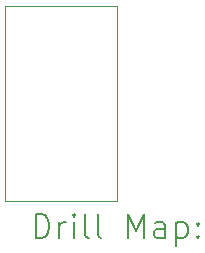
<source format=gbr>
%TF.GenerationSoftware,KiCad,Pcbnew,9.0.1*%
%TF.CreationDate,2025-05-04T10:10:28-04:00*%
%TF.ProjectId,hello.t1624-XU.0603,68656c6c-6f2e-4743-9136-32342d58552e,rev?*%
%TF.SameCoordinates,Original*%
%TF.FileFunction,Drillmap*%
%TF.FilePolarity,Positive*%
%FSLAX45Y45*%
G04 Gerber Fmt 4.5, Leading zero omitted, Abs format (unit mm)*
G04 Created by KiCad (PCBNEW 9.0.1) date 2025-05-04 10:10:28*
%MOMM*%
%LPD*%
G01*
G04 APERTURE LIST*
%ADD10C,0.050000*%
%ADD11C,0.200000*%
G04 APERTURE END LIST*
D10*
X9050000Y-8350000D02*
X10000000Y-8350000D01*
X10000000Y-10000000D01*
X9050000Y-10000000D01*
X9050000Y-8350000D01*
D11*
X9308277Y-10313984D02*
X9308277Y-10113984D01*
X9308277Y-10113984D02*
X9355896Y-10113984D01*
X9355896Y-10113984D02*
X9384467Y-10123508D01*
X9384467Y-10123508D02*
X9403515Y-10142555D01*
X9403515Y-10142555D02*
X9413039Y-10161603D01*
X9413039Y-10161603D02*
X9422563Y-10199698D01*
X9422563Y-10199698D02*
X9422563Y-10228270D01*
X9422563Y-10228270D02*
X9413039Y-10266365D01*
X9413039Y-10266365D02*
X9403515Y-10285412D01*
X9403515Y-10285412D02*
X9384467Y-10304460D01*
X9384467Y-10304460D02*
X9355896Y-10313984D01*
X9355896Y-10313984D02*
X9308277Y-10313984D01*
X9508277Y-10313984D02*
X9508277Y-10180650D01*
X9508277Y-10218746D02*
X9517801Y-10199698D01*
X9517801Y-10199698D02*
X9527324Y-10190174D01*
X9527324Y-10190174D02*
X9546372Y-10180650D01*
X9546372Y-10180650D02*
X9565420Y-10180650D01*
X9632086Y-10313984D02*
X9632086Y-10180650D01*
X9632086Y-10113984D02*
X9622563Y-10123508D01*
X9622563Y-10123508D02*
X9632086Y-10133031D01*
X9632086Y-10133031D02*
X9641610Y-10123508D01*
X9641610Y-10123508D02*
X9632086Y-10113984D01*
X9632086Y-10113984D02*
X9632086Y-10133031D01*
X9755896Y-10313984D02*
X9736848Y-10304460D01*
X9736848Y-10304460D02*
X9727324Y-10285412D01*
X9727324Y-10285412D02*
X9727324Y-10113984D01*
X9860658Y-10313984D02*
X9841610Y-10304460D01*
X9841610Y-10304460D02*
X9832086Y-10285412D01*
X9832086Y-10285412D02*
X9832086Y-10113984D01*
X10089229Y-10313984D02*
X10089229Y-10113984D01*
X10089229Y-10113984D02*
X10155896Y-10256841D01*
X10155896Y-10256841D02*
X10222563Y-10113984D01*
X10222563Y-10113984D02*
X10222563Y-10313984D01*
X10403515Y-10313984D02*
X10403515Y-10209222D01*
X10403515Y-10209222D02*
X10393991Y-10190174D01*
X10393991Y-10190174D02*
X10374944Y-10180650D01*
X10374944Y-10180650D02*
X10336848Y-10180650D01*
X10336848Y-10180650D02*
X10317801Y-10190174D01*
X10403515Y-10304460D02*
X10384467Y-10313984D01*
X10384467Y-10313984D02*
X10336848Y-10313984D01*
X10336848Y-10313984D02*
X10317801Y-10304460D01*
X10317801Y-10304460D02*
X10308277Y-10285412D01*
X10308277Y-10285412D02*
X10308277Y-10266365D01*
X10308277Y-10266365D02*
X10317801Y-10247317D01*
X10317801Y-10247317D02*
X10336848Y-10237793D01*
X10336848Y-10237793D02*
X10384467Y-10237793D01*
X10384467Y-10237793D02*
X10403515Y-10228270D01*
X10498753Y-10180650D02*
X10498753Y-10380650D01*
X10498753Y-10190174D02*
X10517801Y-10180650D01*
X10517801Y-10180650D02*
X10555896Y-10180650D01*
X10555896Y-10180650D02*
X10574944Y-10190174D01*
X10574944Y-10190174D02*
X10584467Y-10199698D01*
X10584467Y-10199698D02*
X10593991Y-10218746D01*
X10593991Y-10218746D02*
X10593991Y-10275889D01*
X10593991Y-10275889D02*
X10584467Y-10294936D01*
X10584467Y-10294936D02*
X10574944Y-10304460D01*
X10574944Y-10304460D02*
X10555896Y-10313984D01*
X10555896Y-10313984D02*
X10517801Y-10313984D01*
X10517801Y-10313984D02*
X10498753Y-10304460D01*
X10679705Y-10294936D02*
X10689229Y-10304460D01*
X10689229Y-10304460D02*
X10679705Y-10313984D01*
X10679705Y-10313984D02*
X10670182Y-10304460D01*
X10670182Y-10304460D02*
X10679705Y-10294936D01*
X10679705Y-10294936D02*
X10679705Y-10313984D01*
X10679705Y-10190174D02*
X10689229Y-10199698D01*
X10689229Y-10199698D02*
X10679705Y-10209222D01*
X10679705Y-10209222D02*
X10670182Y-10199698D01*
X10670182Y-10199698D02*
X10679705Y-10190174D01*
X10679705Y-10190174D02*
X10679705Y-10209222D01*
M02*

</source>
